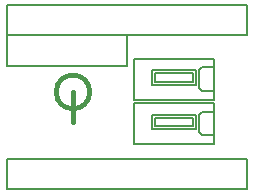
<source format=gto>
G04 (created by PCBNEW (2013-07-07 BZR 4022)-stable) date 15/01/2015 16:28:21*
%MOIN*%
G04 Gerber Fmt 3.4, Leading zero omitted, Abs format*
%FSLAX34Y34*%
G01*
G70*
G90*
G04 APERTURE LIST*
%ADD10C,0.00590551*%
%ADD11C,0.015*%
G04 APERTURE END LIST*
G54D10*
X71350Y-46050D02*
X79350Y-46050D01*
X79350Y-46050D02*
X79350Y-47050D01*
X79350Y-47050D02*
X71350Y-47050D01*
X71350Y-47050D02*
X71350Y-46050D01*
G54D11*
X73550Y-43800D02*
X73550Y-44800D01*
X74109Y-43800D02*
G75*
G03X74109Y-43800I-559J0D01*
G74*
G01*
G54D10*
X79350Y-41400D02*
X79350Y-41900D01*
X75350Y-41900D02*
X79350Y-41900D01*
X79350Y-41400D02*
X79350Y-40900D01*
X79350Y-40900D02*
X71350Y-40900D01*
X71350Y-40900D02*
X71350Y-40950D01*
X75350Y-41900D02*
X71350Y-41900D01*
X71350Y-40925D02*
X71350Y-42925D01*
X71350Y-42925D02*
X75350Y-42925D01*
X75350Y-42925D02*
X75350Y-41925D01*
X77760Y-44653D02*
X77760Y-44554D01*
X78252Y-45243D02*
X77859Y-45243D01*
X77859Y-45243D02*
X77760Y-45145D01*
X77760Y-45145D02*
X77760Y-44653D01*
X77760Y-44554D02*
X77859Y-44456D01*
X77859Y-44456D02*
X78252Y-44456D01*
X77563Y-44948D02*
X77563Y-44653D01*
X77563Y-44653D02*
X76284Y-44653D01*
X76284Y-44653D02*
X76284Y-44948D01*
X76284Y-44948D02*
X77563Y-44948D01*
X77662Y-45046D02*
X77662Y-44554D01*
X77662Y-44554D02*
X76186Y-44554D01*
X76186Y-44554D02*
X76186Y-45046D01*
X76186Y-45046D02*
X77662Y-45046D01*
X78252Y-45538D02*
X78252Y-44161D01*
X78252Y-44161D02*
X75595Y-44161D01*
X75595Y-44161D02*
X75595Y-45538D01*
X75595Y-45538D02*
X78252Y-45538D01*
X77760Y-43178D02*
X77760Y-43079D01*
X78252Y-43768D02*
X77859Y-43768D01*
X77859Y-43768D02*
X77760Y-43670D01*
X77760Y-43670D02*
X77760Y-43178D01*
X77760Y-43079D02*
X77859Y-42981D01*
X77859Y-42981D02*
X78252Y-42981D01*
X77563Y-43473D02*
X77563Y-43178D01*
X77563Y-43178D02*
X76284Y-43178D01*
X76284Y-43178D02*
X76284Y-43473D01*
X76284Y-43473D02*
X77563Y-43473D01*
X77662Y-43571D02*
X77662Y-43079D01*
X77662Y-43079D02*
X76186Y-43079D01*
X76186Y-43079D02*
X76186Y-43571D01*
X76186Y-43571D02*
X77662Y-43571D01*
X78252Y-44063D02*
X78252Y-42686D01*
X78252Y-42686D02*
X75595Y-42686D01*
X75595Y-42686D02*
X75595Y-44063D01*
X75595Y-44063D02*
X78252Y-44063D01*
M02*

</source>
